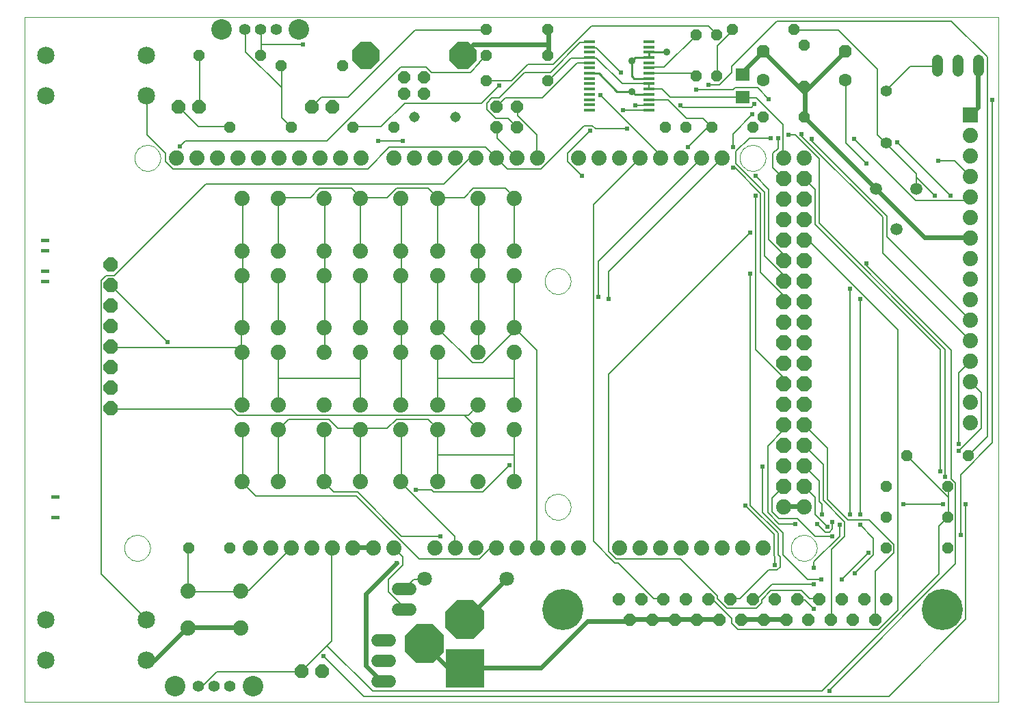
<source format=gtl>
G75*
%MOIN*%
%OFA0B0*%
%FSLAX24Y24*%
%IPPOS*%
%LPD*%
%AMOC8*
5,1,8,0,0,1.08239X$1,22.5*
%
%ADD10C,0.0000*%
%ADD11OC8,0.0600*%
%ADD12C,0.2000*%
%ADD13R,0.0740X0.0740*%
%ADD14C,0.0740*%
%ADD15OC8,0.0520*%
%ADD16C,0.0594*%
%ADD17OC8,0.0660*%
%ADD18C,0.0850*%
%ADD19C,0.0520*%
%ADD20C,0.0554*%
%ADD21OC8,0.0740*%
%ADD22C,0.0040*%
%ADD23C,0.0560*%
%ADD24C,0.1000*%
%ADD25OC8,0.0700*%
%ADD26OC8,0.0630*%
%ADD27C,0.0630*%
%ADD28C,0.0600*%
%ADD29R,0.0550X0.0137*%
%ADD30C,0.0515*%
%ADD31C,0.0709*%
%ADD32R,0.0709X0.0630*%
%ADD33OC8,0.1900*%
%ADD34R,0.1900X0.1900*%
%ADD35OC8,0.0574*%
%ADD36OC8,0.1306*%
%ADD37C,0.0080*%
%ADD38C,0.0240*%
%ADD39C,0.0236*%
%ADD40C,0.0356*%
%ADD41C,0.0160*%
%ADD42C,0.0100*%
D10*
X002625Y002680D02*
X002625Y036050D01*
X050117Y036050D01*
X050117Y002680D01*
X002625Y002680D01*
X007495Y010180D02*
X007497Y010230D01*
X007503Y010280D01*
X007513Y010329D01*
X007527Y010377D01*
X007544Y010424D01*
X007565Y010469D01*
X007590Y010513D01*
X007618Y010554D01*
X007650Y010593D01*
X007684Y010630D01*
X007721Y010664D01*
X007761Y010694D01*
X007803Y010721D01*
X007847Y010745D01*
X007893Y010766D01*
X007940Y010782D01*
X007988Y010795D01*
X008038Y010804D01*
X008087Y010809D01*
X008138Y010810D01*
X008188Y010807D01*
X008237Y010800D01*
X008286Y010789D01*
X008334Y010774D01*
X008380Y010756D01*
X008425Y010734D01*
X008468Y010708D01*
X008509Y010679D01*
X008548Y010647D01*
X008584Y010612D01*
X008616Y010574D01*
X008646Y010534D01*
X008673Y010491D01*
X008696Y010447D01*
X008715Y010401D01*
X008731Y010353D01*
X008743Y010304D01*
X008751Y010255D01*
X008755Y010205D01*
X008755Y010155D01*
X008751Y010105D01*
X008743Y010056D01*
X008731Y010007D01*
X008715Y009959D01*
X008696Y009913D01*
X008673Y009869D01*
X008646Y009826D01*
X008616Y009786D01*
X008584Y009748D01*
X008548Y009713D01*
X008509Y009681D01*
X008468Y009652D01*
X008425Y009626D01*
X008380Y009604D01*
X008334Y009586D01*
X008286Y009571D01*
X008237Y009560D01*
X008188Y009553D01*
X008138Y009550D01*
X008087Y009551D01*
X008038Y009556D01*
X007988Y009565D01*
X007940Y009578D01*
X007893Y009594D01*
X007847Y009615D01*
X007803Y009639D01*
X007761Y009666D01*
X007721Y009696D01*
X007684Y009730D01*
X007650Y009767D01*
X007618Y009806D01*
X007590Y009847D01*
X007565Y009891D01*
X007544Y009936D01*
X007527Y009983D01*
X007513Y010031D01*
X007503Y010080D01*
X007497Y010130D01*
X007495Y010180D01*
X027995Y012180D02*
X027997Y012230D01*
X028003Y012280D01*
X028013Y012329D01*
X028027Y012377D01*
X028044Y012424D01*
X028065Y012469D01*
X028090Y012513D01*
X028118Y012554D01*
X028150Y012593D01*
X028184Y012630D01*
X028221Y012664D01*
X028261Y012694D01*
X028303Y012721D01*
X028347Y012745D01*
X028393Y012766D01*
X028440Y012782D01*
X028488Y012795D01*
X028538Y012804D01*
X028587Y012809D01*
X028638Y012810D01*
X028688Y012807D01*
X028737Y012800D01*
X028786Y012789D01*
X028834Y012774D01*
X028880Y012756D01*
X028925Y012734D01*
X028968Y012708D01*
X029009Y012679D01*
X029048Y012647D01*
X029084Y012612D01*
X029116Y012574D01*
X029146Y012534D01*
X029173Y012491D01*
X029196Y012447D01*
X029215Y012401D01*
X029231Y012353D01*
X029243Y012304D01*
X029251Y012255D01*
X029255Y012205D01*
X029255Y012155D01*
X029251Y012105D01*
X029243Y012056D01*
X029231Y012007D01*
X029215Y011959D01*
X029196Y011913D01*
X029173Y011869D01*
X029146Y011826D01*
X029116Y011786D01*
X029084Y011748D01*
X029048Y011713D01*
X029009Y011681D01*
X028968Y011652D01*
X028925Y011626D01*
X028880Y011604D01*
X028834Y011586D01*
X028786Y011571D01*
X028737Y011560D01*
X028688Y011553D01*
X028638Y011550D01*
X028587Y011551D01*
X028538Y011556D01*
X028488Y011565D01*
X028440Y011578D01*
X028393Y011594D01*
X028347Y011615D01*
X028303Y011639D01*
X028261Y011666D01*
X028221Y011696D01*
X028184Y011730D01*
X028150Y011767D01*
X028118Y011806D01*
X028090Y011847D01*
X028065Y011891D01*
X028044Y011936D01*
X028027Y011983D01*
X028013Y012031D01*
X028003Y012080D01*
X027997Y012130D01*
X027995Y012180D01*
X039995Y010180D02*
X039997Y010230D01*
X040003Y010280D01*
X040013Y010329D01*
X040027Y010377D01*
X040044Y010424D01*
X040065Y010469D01*
X040090Y010513D01*
X040118Y010554D01*
X040150Y010593D01*
X040184Y010630D01*
X040221Y010664D01*
X040261Y010694D01*
X040303Y010721D01*
X040347Y010745D01*
X040393Y010766D01*
X040440Y010782D01*
X040488Y010795D01*
X040538Y010804D01*
X040587Y010809D01*
X040638Y010810D01*
X040688Y010807D01*
X040737Y010800D01*
X040786Y010789D01*
X040834Y010774D01*
X040880Y010756D01*
X040925Y010734D01*
X040968Y010708D01*
X041009Y010679D01*
X041048Y010647D01*
X041084Y010612D01*
X041116Y010574D01*
X041146Y010534D01*
X041173Y010491D01*
X041196Y010447D01*
X041215Y010401D01*
X041231Y010353D01*
X041243Y010304D01*
X041251Y010255D01*
X041255Y010205D01*
X041255Y010155D01*
X041251Y010105D01*
X041243Y010056D01*
X041231Y010007D01*
X041215Y009959D01*
X041196Y009913D01*
X041173Y009869D01*
X041146Y009826D01*
X041116Y009786D01*
X041084Y009748D01*
X041048Y009713D01*
X041009Y009681D01*
X040968Y009652D01*
X040925Y009626D01*
X040880Y009604D01*
X040834Y009586D01*
X040786Y009571D01*
X040737Y009560D01*
X040688Y009553D01*
X040638Y009550D01*
X040587Y009551D01*
X040538Y009556D01*
X040488Y009565D01*
X040440Y009578D01*
X040393Y009594D01*
X040347Y009615D01*
X040303Y009639D01*
X040261Y009666D01*
X040221Y009696D01*
X040184Y009730D01*
X040150Y009767D01*
X040118Y009806D01*
X040090Y009847D01*
X040065Y009891D01*
X040044Y009936D01*
X040027Y009983D01*
X040013Y010031D01*
X040003Y010080D01*
X039997Y010130D01*
X039995Y010180D01*
X027995Y023180D02*
X027997Y023230D01*
X028003Y023280D01*
X028013Y023329D01*
X028027Y023377D01*
X028044Y023424D01*
X028065Y023469D01*
X028090Y023513D01*
X028118Y023554D01*
X028150Y023593D01*
X028184Y023630D01*
X028221Y023664D01*
X028261Y023694D01*
X028303Y023721D01*
X028347Y023745D01*
X028393Y023766D01*
X028440Y023782D01*
X028488Y023795D01*
X028538Y023804D01*
X028587Y023809D01*
X028638Y023810D01*
X028688Y023807D01*
X028737Y023800D01*
X028786Y023789D01*
X028834Y023774D01*
X028880Y023756D01*
X028925Y023734D01*
X028968Y023708D01*
X029009Y023679D01*
X029048Y023647D01*
X029084Y023612D01*
X029116Y023574D01*
X029146Y023534D01*
X029173Y023491D01*
X029196Y023447D01*
X029215Y023401D01*
X029231Y023353D01*
X029243Y023304D01*
X029251Y023255D01*
X029255Y023205D01*
X029255Y023155D01*
X029251Y023105D01*
X029243Y023056D01*
X029231Y023007D01*
X029215Y022959D01*
X029196Y022913D01*
X029173Y022869D01*
X029146Y022826D01*
X029116Y022786D01*
X029084Y022748D01*
X029048Y022713D01*
X029009Y022681D01*
X028968Y022652D01*
X028925Y022626D01*
X028880Y022604D01*
X028834Y022586D01*
X028786Y022571D01*
X028737Y022560D01*
X028688Y022553D01*
X028638Y022550D01*
X028587Y022551D01*
X028538Y022556D01*
X028488Y022565D01*
X028440Y022578D01*
X028393Y022594D01*
X028347Y022615D01*
X028303Y022639D01*
X028261Y022666D01*
X028221Y022696D01*
X028184Y022730D01*
X028150Y022767D01*
X028118Y022806D01*
X028090Y022847D01*
X028065Y022891D01*
X028044Y022936D01*
X028027Y022983D01*
X028013Y023031D01*
X028003Y023080D01*
X027997Y023130D01*
X027995Y023180D01*
X037495Y029180D02*
X037497Y029230D01*
X037503Y029280D01*
X037513Y029329D01*
X037527Y029377D01*
X037544Y029424D01*
X037565Y029469D01*
X037590Y029513D01*
X037618Y029554D01*
X037650Y029593D01*
X037684Y029630D01*
X037721Y029664D01*
X037761Y029694D01*
X037803Y029721D01*
X037847Y029745D01*
X037893Y029766D01*
X037940Y029782D01*
X037988Y029795D01*
X038038Y029804D01*
X038087Y029809D01*
X038138Y029810D01*
X038188Y029807D01*
X038237Y029800D01*
X038286Y029789D01*
X038334Y029774D01*
X038380Y029756D01*
X038425Y029734D01*
X038468Y029708D01*
X038509Y029679D01*
X038548Y029647D01*
X038584Y029612D01*
X038616Y029574D01*
X038646Y029534D01*
X038673Y029491D01*
X038696Y029447D01*
X038715Y029401D01*
X038731Y029353D01*
X038743Y029304D01*
X038751Y029255D01*
X038755Y029205D01*
X038755Y029155D01*
X038751Y029105D01*
X038743Y029056D01*
X038731Y029007D01*
X038715Y028959D01*
X038696Y028913D01*
X038673Y028869D01*
X038646Y028826D01*
X038616Y028786D01*
X038584Y028748D01*
X038548Y028713D01*
X038509Y028681D01*
X038468Y028652D01*
X038425Y028626D01*
X038380Y028604D01*
X038334Y028586D01*
X038286Y028571D01*
X038237Y028560D01*
X038188Y028553D01*
X038138Y028550D01*
X038087Y028551D01*
X038038Y028556D01*
X037988Y028565D01*
X037940Y028578D01*
X037893Y028594D01*
X037847Y028615D01*
X037803Y028639D01*
X037761Y028666D01*
X037721Y028696D01*
X037684Y028730D01*
X037650Y028767D01*
X037618Y028806D01*
X037590Y028847D01*
X037565Y028891D01*
X037544Y028936D01*
X037527Y028983D01*
X037513Y029031D01*
X037503Y029080D01*
X037497Y029130D01*
X037495Y029180D01*
X007995Y029180D02*
X007997Y029230D01*
X008003Y029280D01*
X008013Y029329D01*
X008027Y029377D01*
X008044Y029424D01*
X008065Y029469D01*
X008090Y029513D01*
X008118Y029554D01*
X008150Y029593D01*
X008184Y029630D01*
X008221Y029664D01*
X008261Y029694D01*
X008303Y029721D01*
X008347Y029745D01*
X008393Y029766D01*
X008440Y029782D01*
X008488Y029795D01*
X008538Y029804D01*
X008587Y029809D01*
X008638Y029810D01*
X008688Y029807D01*
X008737Y029800D01*
X008786Y029789D01*
X008834Y029774D01*
X008880Y029756D01*
X008925Y029734D01*
X008968Y029708D01*
X009009Y029679D01*
X009048Y029647D01*
X009084Y029612D01*
X009116Y029574D01*
X009146Y029534D01*
X009173Y029491D01*
X009196Y029447D01*
X009215Y029401D01*
X009231Y029353D01*
X009243Y029304D01*
X009251Y029255D01*
X009255Y029205D01*
X009255Y029155D01*
X009251Y029105D01*
X009243Y029056D01*
X009231Y029007D01*
X009215Y028959D01*
X009196Y028913D01*
X009173Y028869D01*
X009146Y028826D01*
X009116Y028786D01*
X009084Y028748D01*
X009048Y028713D01*
X009009Y028681D01*
X008968Y028652D01*
X008925Y028626D01*
X008880Y028604D01*
X008834Y028586D01*
X008786Y028571D01*
X008737Y028560D01*
X008688Y028553D01*
X008638Y028550D01*
X008587Y028551D01*
X008538Y028556D01*
X008488Y028565D01*
X008440Y028578D01*
X008393Y028594D01*
X008347Y028615D01*
X008303Y028639D01*
X008261Y028666D01*
X008221Y028696D01*
X008184Y028730D01*
X008150Y028767D01*
X008118Y028806D01*
X008090Y028847D01*
X008065Y028891D01*
X008044Y028936D01*
X008027Y028983D01*
X008013Y029031D01*
X008003Y029080D01*
X007997Y029130D01*
X007995Y029180D01*
D11*
X025625Y030680D03*
X025625Y031680D03*
X026625Y031680D03*
X026625Y030680D03*
X031605Y007680D03*
X032695Y007680D03*
X033775Y007680D03*
X034865Y007680D03*
X035955Y007680D03*
X037035Y007680D03*
X038125Y007680D03*
X039215Y007680D03*
X040295Y007680D03*
X041385Y007680D03*
X042475Y007680D03*
X043555Y007680D03*
X044645Y007680D03*
X044105Y006680D03*
X043015Y006680D03*
X041925Y006680D03*
X040845Y006680D03*
X039755Y006680D03*
X038665Y006680D03*
X037585Y006680D03*
X036495Y006680D03*
X035405Y006680D03*
X034325Y006680D03*
X033235Y006680D03*
X032145Y006680D03*
D12*
X028865Y007180D03*
X047385Y007180D03*
D13*
X048727Y031278D03*
D14*
X048727Y030278D03*
X048727Y029278D03*
X048727Y028278D03*
X048727Y027278D03*
X048727Y026278D03*
X048727Y025278D03*
X048727Y024278D03*
X048727Y023278D03*
X048727Y022278D03*
X048727Y021278D03*
X048727Y020278D03*
X048727Y019278D03*
X048727Y018278D03*
X048727Y017278D03*
X048727Y016278D03*
X040625Y012180D03*
X039625Y012180D03*
X038625Y010180D03*
X037625Y010180D03*
X036625Y010180D03*
X035625Y010180D03*
X034625Y010180D03*
X033625Y010180D03*
X032625Y010180D03*
X031625Y010180D03*
X029625Y010180D03*
X028625Y010180D03*
X027625Y010180D03*
X026625Y010180D03*
X025625Y010180D03*
X024625Y010180D03*
X023625Y010180D03*
X022625Y010180D03*
X020625Y010180D03*
X019625Y010180D03*
X018625Y010180D03*
X017625Y010180D03*
X016625Y010180D03*
X015625Y010180D03*
X014625Y010180D03*
X013625Y010180D03*
X013155Y008070D03*
X013155Y006290D03*
X010595Y006290D03*
X010595Y008070D03*
X013235Y013400D03*
X015015Y013400D03*
X017235Y013400D03*
X019015Y013400D03*
X020985Y013400D03*
X022765Y013400D03*
X024735Y013400D03*
X026515Y013400D03*
X026515Y015960D03*
X026515Y017150D03*
X024735Y017150D03*
X024735Y015960D03*
X022765Y015960D03*
X022765Y017150D03*
X020985Y017150D03*
X020985Y015960D03*
X019015Y015960D03*
X019015Y017150D03*
X017235Y017150D03*
X017235Y015960D03*
X015015Y015960D03*
X015015Y017150D03*
X013235Y017150D03*
X013235Y015960D03*
X013235Y019710D03*
X013235Y020900D03*
X015015Y020900D03*
X015015Y019710D03*
X017235Y019710D03*
X017235Y020900D03*
X019015Y020900D03*
X019015Y019710D03*
X020985Y019710D03*
X020985Y020900D03*
X022765Y020900D03*
X022765Y019710D03*
X024735Y019710D03*
X024735Y020900D03*
X026515Y020900D03*
X026515Y019710D03*
X026515Y023460D03*
X026515Y024650D03*
X024735Y024650D03*
X024735Y023460D03*
X022765Y023460D03*
X022765Y024650D03*
X020985Y024650D03*
X020985Y023460D03*
X019015Y023460D03*
X019015Y024650D03*
X017235Y024650D03*
X017235Y023460D03*
X015015Y023460D03*
X015015Y024650D03*
X013235Y024650D03*
X013235Y023460D03*
X013235Y027210D03*
X015015Y027210D03*
X017235Y027210D03*
X019015Y027210D03*
X020985Y027210D03*
X022765Y027210D03*
X024735Y027210D03*
X026515Y027210D03*
X026625Y029180D03*
X025625Y029180D03*
X024625Y029180D03*
X023625Y029180D03*
X022625Y029180D03*
X021625Y029180D03*
X020625Y029180D03*
X019025Y029180D03*
X018025Y029180D03*
X017025Y029180D03*
X016025Y029180D03*
X015025Y029180D03*
X014025Y029180D03*
X013025Y029180D03*
X012025Y029180D03*
X011025Y029180D03*
X010025Y029180D03*
X027625Y029180D03*
X029625Y029180D03*
X030625Y029180D03*
X031625Y029180D03*
X032625Y029180D03*
X033625Y029180D03*
X034625Y029180D03*
X035625Y029180D03*
X036625Y029180D03*
X039625Y029180D03*
X040625Y029180D03*
D15*
X040625Y031180D03*
X040625Y032680D03*
X038625Y031180D03*
X038125Y030680D03*
X036125Y030680D03*
X034875Y030680D03*
X033875Y030680D03*
X035375Y033180D03*
X036375Y033180D03*
X036375Y035180D03*
X037125Y035430D03*
X035375Y035180D03*
X040125Y035430D03*
X040625Y034680D03*
X028125Y034180D03*
X028125Y035430D03*
X025125Y035430D03*
X025125Y034180D03*
X025125Y032930D03*
X028125Y032930D03*
X020625Y030680D03*
X018625Y030680D03*
X015625Y030680D03*
X012625Y030680D03*
X015125Y033680D03*
X014125Y034180D03*
X011125Y034180D03*
X018125Y033680D03*
X044625Y013180D03*
X044625Y011680D03*
X044625Y010180D03*
X047625Y010180D03*
X047625Y011680D03*
X047625Y013180D03*
X048625Y014680D03*
X045625Y014680D03*
X012625Y010180D03*
X010625Y010180D03*
D16*
X044141Y027664D03*
X046109Y027664D03*
X045125Y025696D03*
D17*
X017625Y031680D03*
X016625Y031680D03*
X011125Y031680D03*
X010125Y031680D03*
X016125Y004180D03*
X017125Y004180D03*
D18*
X008586Y004696D03*
X008586Y006664D03*
X003664Y006664D03*
X003664Y004696D03*
X003664Y032196D03*
X003664Y034164D03*
X008586Y034164D03*
X008586Y032196D03*
D19*
X047125Y033420D02*
X047125Y033940D01*
X048125Y033940D02*
X048125Y033420D01*
X049125Y033420D02*
X049125Y033940D01*
D20*
X044625Y032460D03*
X044625Y029900D03*
D21*
X040625Y028180D03*
X039625Y028180D03*
X039625Y027180D03*
X039625Y026180D03*
X040625Y026180D03*
X040625Y027180D03*
X040625Y025180D03*
X040625Y024180D03*
X039625Y024180D03*
X039625Y025180D03*
X039625Y023180D03*
X040625Y023180D03*
X040625Y022180D03*
X040625Y021180D03*
X039625Y021180D03*
X039625Y022180D03*
X039625Y020180D03*
X039625Y019180D03*
X040625Y019180D03*
X040625Y020180D03*
X040625Y018180D03*
X039625Y018180D03*
X039625Y017180D03*
X039625Y016180D03*
X040625Y016180D03*
X040625Y017180D03*
X040625Y015180D03*
X039625Y015180D03*
X039625Y014180D03*
X039625Y013180D03*
X040625Y013180D03*
X040625Y014180D03*
D22*
X004305Y012600D02*
X003945Y012600D01*
X003945Y012760D01*
X004305Y012760D01*
X004305Y012600D01*
X004305Y012639D02*
X003945Y012639D01*
X003945Y012678D02*
X004305Y012678D01*
X004305Y012717D02*
X003945Y012717D01*
X003945Y012756D02*
X004305Y012756D01*
X004305Y011600D02*
X003945Y011600D01*
X003945Y011760D01*
X004305Y011760D01*
X004305Y011600D01*
X004305Y011639D02*
X003945Y011639D01*
X003945Y011678D02*
X004305Y011678D01*
X004305Y011717D02*
X003945Y011717D01*
X003945Y011756D02*
X004305Y011756D01*
X003805Y023100D02*
X003445Y023100D01*
X003445Y023260D01*
X003805Y023260D01*
X003805Y023100D01*
X003805Y023139D02*
X003445Y023139D01*
X003445Y023178D02*
X003805Y023178D01*
X003805Y023217D02*
X003445Y023217D01*
X003445Y023256D02*
X003805Y023256D01*
X003805Y023600D02*
X003445Y023600D01*
X003445Y023760D01*
X003805Y023760D01*
X003805Y023600D01*
X003805Y023639D02*
X003445Y023639D01*
X003445Y023678D02*
X003805Y023678D01*
X003805Y023717D02*
X003445Y023717D01*
X003445Y023756D02*
X003805Y023756D01*
X003805Y024600D02*
X003445Y024600D01*
X003445Y024760D01*
X003805Y024760D01*
X003805Y024600D01*
X003805Y024639D02*
X003445Y024639D01*
X003445Y024678D02*
X003805Y024678D01*
X003805Y024717D02*
X003445Y024717D01*
X003445Y024756D02*
X003805Y024756D01*
X003805Y025100D02*
X003445Y025100D01*
X003445Y025260D01*
X003805Y025260D01*
X003805Y025100D01*
X003805Y025139D02*
X003445Y025139D01*
X003445Y025178D02*
X003805Y025178D01*
X003805Y025217D02*
X003445Y025217D01*
X003445Y025256D02*
X003805Y025256D01*
D23*
X013377Y035430D03*
X014125Y035430D03*
X014912Y035430D03*
X012623Y003430D03*
X011875Y003430D03*
X011088Y003430D03*
D24*
X009985Y003430D03*
X013765Y003430D03*
X012235Y035430D03*
X016015Y035430D03*
D25*
X006831Y023966D03*
X006831Y022966D03*
X006831Y021966D03*
X006831Y020966D03*
X006831Y019966D03*
X006831Y018966D03*
X006831Y017966D03*
X006831Y016966D03*
D26*
X038625Y034380D03*
X042625Y034380D03*
D27*
X042625Y032980D03*
X038625Y032980D03*
D28*
X021425Y008180D02*
X020825Y008180D01*
X020825Y007180D02*
X021425Y007180D01*
X020425Y005680D02*
X019825Y005680D01*
X019825Y004680D02*
X020425Y004680D01*
X020425Y003680D02*
X019825Y003680D01*
D29*
X030186Y031517D03*
X030186Y031773D03*
X030186Y032028D03*
X030186Y032284D03*
X030186Y032540D03*
X030186Y032796D03*
X030186Y033052D03*
X030186Y033308D03*
X030186Y033564D03*
X030186Y033820D03*
X030186Y034076D03*
X030186Y034332D03*
X030186Y034587D03*
X030186Y034843D03*
X033064Y034843D03*
X033064Y034587D03*
X033064Y034332D03*
X033064Y034076D03*
X033064Y033820D03*
X033064Y033564D03*
X033064Y033308D03*
X033064Y033052D03*
X033064Y032796D03*
X033064Y032540D03*
X033064Y032284D03*
X033064Y032028D03*
X033064Y031773D03*
X033064Y031517D03*
D30*
X023625Y031180D03*
X021625Y031180D03*
D31*
X022125Y008680D03*
X026125Y008680D03*
D32*
X037625Y032129D03*
X037625Y033231D03*
D33*
X024095Y006680D03*
X022125Y005500D03*
D34*
X024095Y004320D03*
D35*
X022117Y032326D03*
X021133Y032326D03*
X021133Y033113D03*
X022117Y033113D03*
D36*
X023995Y034180D03*
X019255Y034180D03*
D37*
X020959Y033602D02*
X017359Y030002D01*
X010459Y030002D01*
X010209Y029752D01*
X009509Y029402D02*
X009509Y029002D01*
X009859Y028652D01*
X019359Y028652D01*
X020409Y029702D01*
X025109Y029702D01*
X025609Y029202D01*
X025625Y029180D01*
X025659Y029152D01*
X026159Y028652D01*
X027809Y028652D01*
X029909Y030752D01*
X030309Y030752D01*
X030459Y030602D01*
X032009Y030602D01*
X031809Y031502D02*
X033059Y031502D01*
X033064Y031517D01*
X033059Y031752D02*
X033064Y031773D01*
X033059Y031752D02*
X032409Y031752D01*
X033064Y032028D02*
X033109Y032002D01*
X034009Y032002D01*
X034909Y031102D01*
X035709Y031102D01*
X036109Y030702D01*
X036125Y030680D01*
X036009Y030752D01*
X034959Y029702D01*
X035625Y029180D02*
X035609Y029152D01*
X030609Y024152D01*
X030609Y022402D01*
X031109Y022302D02*
X031109Y023652D01*
X036609Y029152D01*
X036625Y029180D01*
X037159Y029702D02*
X037159Y030352D01*
X038109Y031302D01*
X038059Y031652D02*
X034709Y031652D01*
X034609Y031752D01*
X034109Y032152D02*
X033709Y032552D01*
X033109Y032552D01*
X033064Y032540D01*
X033059Y032552D01*
X033059Y032752D01*
X033064Y032796D01*
X033059Y032802D01*
X031759Y032802D01*
X030509Y034052D01*
X030209Y034052D01*
X030186Y034076D01*
X030159Y034052D01*
X029259Y034052D01*
X028159Y032952D01*
X028125Y032930D01*
X028259Y033352D02*
X027009Y033352D01*
X025759Y032102D01*
X025409Y032102D01*
X025159Y031852D01*
X025159Y031552D01*
X025609Y031102D01*
X026209Y031102D01*
X026609Y030702D01*
X026625Y030680D01*
X026659Y031252D02*
X027609Y030302D01*
X027609Y029202D01*
X027625Y029180D01*
X026625Y029180D02*
X026609Y029202D01*
X025659Y030152D01*
X025659Y030652D01*
X025625Y030680D01*
X025625Y031680D02*
X025659Y031702D01*
X026059Y032102D01*
X027859Y032102D01*
X029559Y033802D01*
X030159Y033802D01*
X030186Y033820D01*
X030209Y034552D02*
X030186Y034587D01*
X030209Y034552D02*
X030509Y034552D01*
X031709Y033352D01*
X033064Y033308D02*
X033109Y033302D01*
X035259Y033302D01*
X035359Y033202D01*
X035375Y033180D01*
X035959Y032752D02*
X036509Y032752D01*
X037109Y033352D01*
X037109Y033652D01*
X039309Y035852D01*
X047809Y035852D01*
X049559Y034102D01*
X049559Y015602D01*
X048659Y014702D01*
X048625Y014680D01*
X048159Y014902D02*
X049259Y016002D01*
X049259Y017752D01*
X048759Y018252D01*
X048727Y018278D01*
X048159Y018702D02*
X048709Y019252D01*
X048727Y019278D01*
X047809Y019802D02*
X047809Y013552D01*
X048009Y013352D01*
X048009Y009402D01*
X041859Y003252D01*
X041859Y003202D01*
X041509Y003202D02*
X047209Y008902D01*
X047209Y011252D01*
X047609Y011652D01*
X047625Y011680D01*
X047659Y011702D01*
X047659Y012652D01*
X045659Y014652D01*
X045625Y014680D01*
X047259Y013902D02*
X047259Y019852D01*
X041159Y025952D01*
X041159Y027652D01*
X040659Y028152D01*
X040625Y028180D01*
X039625Y028180D02*
X039609Y028202D01*
X039109Y028702D01*
X039109Y029402D01*
X039359Y029652D01*
X039359Y030152D01*
X039009Y030152D02*
X037959Y030152D01*
X037309Y029502D01*
X037309Y028902D01*
X038709Y027502D01*
X038709Y024402D01*
X039609Y023502D01*
X039609Y023202D01*
X039625Y023180D01*
X039609Y022502D02*
X038509Y023602D01*
X038509Y027452D01*
X037259Y028702D01*
X037159Y028702D01*
X038259Y028302D02*
X038909Y027652D01*
X038909Y025202D01*
X039609Y024502D01*
X039609Y024202D01*
X039625Y024180D01*
X040625Y025180D02*
X040659Y025152D01*
X040859Y025152D01*
X045209Y020802D01*
X045209Y007152D01*
X044259Y006202D01*
X037409Y006202D01*
X037109Y006502D01*
X037109Y006752D01*
X036209Y007652D01*
X035959Y007652D01*
X035955Y007680D01*
X036409Y007702D02*
X036409Y007852D01*
X034609Y009652D01*
X031459Y009652D01*
X031109Y010002D01*
X031109Y018652D01*
X038009Y025552D01*
X038259Y027352D02*
X038259Y019852D01*
X039609Y018502D01*
X039609Y018202D01*
X039625Y018180D01*
X039625Y016180D02*
X039609Y016152D01*
X039609Y015902D01*
X038859Y015152D01*
X038859Y011902D01*
X039409Y011352D01*
X040209Y011352D01*
X040309Y011602D02*
X039409Y011602D01*
X039059Y011952D01*
X039059Y012602D01*
X039609Y013152D01*
X039625Y013180D01*
X040625Y013180D02*
X040659Y013152D01*
X041159Y012652D01*
X041159Y011802D01*
X041759Y011202D01*
X041659Y010952D02*
X041259Y011352D01*
X041509Y011802D02*
X041509Y012302D01*
X041359Y012452D01*
X041359Y013452D01*
X040659Y014152D01*
X040625Y014180D01*
X041559Y014252D02*
X040659Y015152D01*
X040625Y015180D01*
X040659Y016152D02*
X041759Y015052D01*
X041759Y012552D01*
X042759Y011552D01*
X043809Y011552D01*
X045009Y010352D01*
X045009Y009952D01*
X044109Y009052D01*
X044109Y006702D01*
X044105Y006680D01*
X041959Y006702D02*
X041925Y006680D01*
X041959Y006702D02*
X041959Y010102D01*
X042609Y010752D01*
X042609Y011452D01*
X041559Y012502D01*
X041559Y014252D01*
X040659Y016152D02*
X040625Y016180D01*
X038609Y014152D02*
X038609Y011902D01*
X039609Y010902D01*
X039609Y009852D01*
X040809Y008652D01*
X041459Y008652D01*
X041109Y008402D02*
X039059Y008402D01*
X038359Y007702D01*
X038159Y007702D01*
X038125Y007680D01*
X038559Y007652D02*
X038559Y007502D01*
X038309Y007252D01*
X036859Y007252D01*
X036409Y007702D01*
X037035Y007680D02*
X037059Y007702D01*
X037509Y007702D01*
X038909Y009102D01*
X039309Y009102D01*
X039459Y009252D01*
X039459Y009752D01*
X039359Y009852D01*
X039359Y010902D01*
X038009Y012252D01*
X038009Y023552D01*
X039609Y022502D02*
X039609Y022202D01*
X039625Y022180D01*
X042859Y022802D02*
X042859Y011802D01*
X043359Y011802D02*
X043359Y022302D01*
X043659Y023952D02*
X047809Y019802D01*
X047509Y019852D02*
X041359Y026002D01*
X041359Y029152D01*
X040209Y030302D01*
X039859Y030302D01*
X039609Y030802D02*
X039609Y029202D01*
X039625Y029180D01*
X040509Y030252D02*
X044459Y026302D01*
X044459Y024552D01*
X048709Y020302D01*
X048727Y020278D01*
X047509Y019852D02*
X047509Y013652D01*
X047625Y013180D02*
X047659Y013152D01*
X047659Y012652D01*
X047409Y012302D02*
X045459Y012302D01*
X044009Y010652D02*
X043359Y011302D01*
X044009Y010652D02*
X044009Y009852D01*
X043109Y008952D01*
X042459Y008652D02*
X043759Y009952D01*
X042359Y010752D02*
X042359Y011302D01*
X042009Y011452D02*
X042009Y011102D01*
X041859Y010952D01*
X041659Y010952D01*
X042009Y010752D02*
X041159Y010752D01*
X040309Y011602D01*
X039159Y010852D02*
X037759Y012252D01*
X039159Y010852D02*
X039159Y009802D01*
X039209Y009752D01*
X039209Y009352D01*
X039009Y008102D02*
X038559Y007652D01*
X039009Y008102D02*
X040509Y008102D01*
X040909Y007702D01*
X041359Y007702D01*
X041385Y007680D01*
X041109Y007202D02*
X040659Y007652D01*
X040309Y007652D01*
X040295Y007680D01*
X041109Y009202D02*
X041109Y009502D01*
X042359Y010752D01*
X048259Y010802D02*
X048259Y013752D01*
X049809Y015302D01*
X049809Y032002D01*
X047109Y033652D02*
X047125Y033680D01*
X047109Y033652D02*
X045809Y033652D01*
X044659Y032502D01*
X044625Y032460D01*
X044209Y033502D02*
X044209Y030302D01*
X044609Y029902D01*
X044625Y029900D01*
X044659Y029852D01*
X046109Y028402D01*
X046109Y028252D01*
X047009Y027352D01*
X047759Y027352D02*
X045159Y029952D01*
X043659Y028902D02*
X042659Y029902D01*
X042659Y032952D01*
X042625Y032980D01*
X044209Y033502D02*
X042309Y035402D01*
X040159Y035402D01*
X040125Y035430D01*
X037159Y035402D02*
X037125Y035430D01*
X037159Y035402D02*
X036409Y034652D01*
X036409Y033202D01*
X036375Y033180D01*
X037159Y032502D02*
X035359Y032502D01*
X034109Y032152D02*
X037609Y032152D01*
X037625Y032129D01*
X037659Y032102D01*
X038309Y032102D01*
X039609Y030802D01*
X040509Y030352D02*
X040509Y030252D01*
X041009Y030102D02*
X041009Y030002D01*
X044659Y026352D01*
X044659Y025352D01*
X048709Y021302D01*
X048727Y021278D01*
X048159Y018702D02*
X048159Y015252D01*
X048509Y012302D02*
X048509Y006702D01*
X044759Y002952D01*
X019159Y002952D01*
X017209Y004902D01*
X017384Y005427D02*
X016159Y004202D01*
X016125Y004180D01*
X016109Y004152D01*
X012009Y004152D01*
X011309Y003452D01*
X011109Y003452D01*
X011088Y003430D01*
X008586Y006664D02*
X008559Y006702D01*
X006359Y008902D01*
X006359Y023202D01*
X006609Y023452D01*
X007009Y023452D01*
X011459Y027902D01*
X023059Y027902D01*
X024309Y029152D01*
X024609Y029152D01*
X024625Y029180D01*
X024509Y027702D02*
X026059Y027702D01*
X026509Y027252D01*
X026515Y027210D01*
X026509Y027202D01*
X026509Y024652D01*
X026515Y024650D01*
X026515Y023460D02*
X026509Y023452D01*
X026509Y020902D01*
X026515Y020900D01*
X026559Y020802D01*
X024959Y019202D01*
X024459Y019202D01*
X022809Y020852D01*
X022765Y020900D01*
X022759Y020902D01*
X022759Y023452D01*
X022765Y023460D01*
X022765Y024650D02*
X022759Y024652D01*
X022759Y027202D01*
X022765Y027210D01*
X022809Y027252D01*
X024059Y027252D01*
X024509Y027702D01*
X024735Y027210D02*
X024759Y027202D01*
X024759Y024652D01*
X024735Y024650D01*
X024759Y024602D01*
X024759Y023502D01*
X024735Y023460D01*
X024759Y023452D01*
X024759Y020902D01*
X024735Y020900D01*
X024759Y020852D01*
X024759Y019752D01*
X024735Y019710D01*
X026509Y019702D02*
X026509Y018452D01*
X022759Y018452D01*
X022759Y017152D01*
X022765Y017150D01*
X022309Y016452D02*
X022759Y016002D01*
X022765Y015960D01*
X022759Y015952D01*
X022759Y014702D01*
X026509Y014702D01*
X026509Y013402D01*
X026515Y013400D01*
X026259Y014202D02*
X024959Y012902D01*
X022559Y012902D01*
X022459Y013002D01*
X021709Y013002D01*
X021009Y013352D02*
X020985Y013400D01*
X021009Y013402D01*
X021009Y015952D01*
X020985Y015960D01*
X020759Y016452D02*
X022309Y016452D01*
X021009Y017152D02*
X020985Y017150D01*
X021009Y017152D02*
X021009Y019702D01*
X020985Y019710D01*
X021009Y019752D01*
X021009Y020852D01*
X020985Y020900D01*
X021009Y020902D01*
X021009Y023452D01*
X020985Y023460D01*
X021009Y023502D01*
X021009Y024602D01*
X020985Y024650D01*
X021009Y024652D01*
X021009Y027202D01*
X020985Y027210D01*
X020759Y027702D02*
X020309Y027252D01*
X019059Y027252D01*
X019015Y027210D01*
X019009Y027252D01*
X018559Y027702D01*
X017009Y027702D01*
X016559Y027252D01*
X015059Y027252D01*
X015015Y027210D01*
X015009Y027202D01*
X015009Y024652D01*
X015015Y024650D01*
X015015Y023460D02*
X015009Y023452D01*
X015009Y020902D01*
X015015Y020900D01*
X015015Y019710D02*
X015009Y019702D01*
X015009Y018452D01*
X019009Y018452D01*
X019009Y017152D01*
X019015Y017150D01*
X019009Y016002D02*
X017909Y016002D01*
X017459Y016452D01*
X015509Y016452D01*
X015059Y016002D01*
X015015Y015960D01*
X015009Y015952D01*
X015009Y013402D01*
X015015Y013400D01*
X013909Y012702D02*
X013259Y013352D01*
X013235Y013400D01*
X013259Y013402D01*
X013259Y015952D01*
X013235Y015960D01*
X013009Y016652D02*
X024059Y016652D01*
X024709Y016002D01*
X024735Y015960D01*
X024259Y016652D02*
X024059Y016652D01*
X024259Y016652D02*
X024709Y017102D01*
X024735Y017150D01*
X026509Y017152D02*
X026515Y017150D01*
X026509Y017152D02*
X026509Y018452D01*
X026509Y019702D02*
X026515Y019710D01*
X027609Y019802D02*
X026559Y020852D01*
X026515Y020900D01*
X027609Y019802D02*
X027609Y010202D01*
X027625Y010180D01*
X025625Y010180D02*
X025609Y010152D01*
X025309Y010152D01*
X024809Y009652D01*
X021859Y009652D01*
X018809Y012702D01*
X013909Y012702D01*
X015625Y010180D02*
X015609Y010152D01*
X013559Y008102D01*
X013159Y008102D01*
X013155Y008070D01*
X013109Y008052D01*
X010609Y008052D01*
X010595Y008070D01*
X010609Y008102D01*
X010609Y010152D01*
X010625Y010180D01*
X017609Y010152D02*
X017609Y005652D01*
X017384Y005427D01*
X019609Y003202D01*
X041509Y003202D01*
X033775Y007680D02*
X033759Y007702D01*
X033309Y007702D01*
X031559Y009452D01*
X031409Y009452D01*
X030359Y010502D01*
X030359Y026902D01*
X032609Y029152D01*
X032625Y029180D01*
X033609Y029202D02*
X033625Y029180D01*
X033609Y029202D02*
X033609Y029352D01*
X030709Y032252D01*
X033064Y033564D02*
X033109Y033602D01*
X033809Y033602D01*
X035359Y035152D01*
X035375Y035180D01*
X035959Y035602D02*
X036359Y035202D01*
X036375Y035180D01*
X035959Y035602D02*
X030259Y035602D01*
X028409Y033752D01*
X027159Y033752D01*
X026359Y032952D01*
X025159Y032952D01*
X025125Y032930D01*
X025759Y032702D02*
X024909Y031852D01*
X021159Y031852D01*
X020009Y030702D01*
X018659Y030702D01*
X018625Y030680D01*
X019859Y030002D02*
X021059Y030002D01*
X018409Y032152D02*
X017109Y032152D01*
X016659Y031702D01*
X016625Y031680D01*
X015609Y030702D02*
X015625Y030680D01*
X015609Y030702D02*
X015159Y031152D01*
X015159Y032602D01*
X013409Y034352D01*
X013409Y035402D01*
X013377Y035430D01*
X014125Y035430D02*
X014159Y035402D01*
X014159Y034702D01*
X016209Y034702D01*
X015159Y033652D02*
X015125Y033680D01*
X015159Y033652D02*
X015159Y032602D01*
X014159Y034202D02*
X014125Y034180D01*
X014159Y034202D02*
X014159Y034702D01*
X011159Y034152D02*
X011125Y034180D01*
X011159Y034152D02*
X011159Y031702D01*
X011125Y031680D01*
X010159Y031652D02*
X011109Y030702D01*
X012609Y030702D01*
X012625Y030680D01*
X010159Y031652D02*
X010125Y031680D01*
X008609Y032152D02*
X008609Y030302D01*
X009509Y029402D01*
X008609Y032152D02*
X008586Y032196D01*
X013235Y027210D02*
X013259Y027202D01*
X013259Y024652D01*
X013235Y024650D01*
X013259Y024602D01*
X013259Y023502D01*
X013235Y023460D01*
X013259Y023452D01*
X013259Y020902D01*
X013235Y020900D01*
X013209Y020852D01*
X013209Y019802D01*
X013235Y019710D01*
X013259Y019702D01*
X013259Y017152D01*
X013235Y017150D01*
X013009Y016652D02*
X012709Y016952D01*
X006859Y016952D01*
X006831Y016966D01*
X006859Y019952D02*
X006831Y019966D01*
X006859Y019952D02*
X013009Y019952D01*
X013209Y019752D01*
X013235Y019710D01*
X015009Y018452D02*
X015009Y017152D01*
X015015Y017150D01*
X017235Y015960D02*
X017259Y015952D01*
X017259Y013402D01*
X017235Y013400D01*
X017259Y013352D01*
X017709Y012902D01*
X018859Y012902D01*
X021009Y010752D01*
X022909Y010752D01*
X023609Y010752D02*
X021009Y013352D01*
X022759Y013402D02*
X022759Y014702D01*
X022759Y013402D02*
X022765Y013400D01*
X023609Y010752D02*
X023609Y010202D01*
X023625Y010180D01*
X022125Y008680D02*
X022109Y008652D01*
X021609Y008652D01*
X021159Y008202D01*
X021125Y008180D01*
X020359Y008052D02*
X020359Y008652D01*
X021059Y009352D01*
X021059Y009752D01*
X020659Y010152D01*
X020625Y010180D01*
X020359Y008052D02*
X021109Y007302D01*
X021109Y007202D01*
X021125Y007180D01*
X017609Y010152D02*
X017625Y010180D01*
X019009Y013402D02*
X019015Y013400D01*
X019009Y013402D02*
X019009Y015952D01*
X019015Y015960D01*
X019009Y016002D01*
X019015Y015960D02*
X019059Y016002D01*
X020309Y016002D01*
X020759Y016452D01*
X019009Y018452D02*
X019009Y019702D01*
X019015Y019710D01*
X019015Y020900D02*
X019009Y020902D01*
X019009Y023452D01*
X019015Y023460D01*
X019015Y024650D02*
X019009Y024652D01*
X019009Y027202D01*
X019015Y027210D01*
X017259Y027202D02*
X017235Y027210D01*
X017259Y027202D02*
X017259Y024652D01*
X017235Y024650D01*
X017259Y024602D01*
X017259Y023502D01*
X017235Y023460D01*
X017259Y023452D01*
X017259Y020902D01*
X017235Y020900D01*
X017259Y020852D01*
X017259Y019752D01*
X017235Y019710D01*
X022759Y019702D02*
X022759Y018452D01*
X022759Y019702D02*
X022765Y019710D01*
X026515Y015960D02*
X026509Y015952D01*
X026509Y014702D01*
X022765Y027210D02*
X022759Y027252D01*
X022309Y027702D01*
X020759Y027702D01*
X018409Y032152D02*
X021659Y035402D01*
X025109Y035402D01*
X025125Y035430D01*
X025125Y034180D02*
X025109Y034152D01*
X024809Y033852D01*
X024809Y033802D01*
X024359Y033352D01*
X022459Y033352D01*
X022209Y033602D01*
X020959Y033602D01*
X026625Y031680D02*
X026659Y031652D01*
X026659Y031252D01*
X029109Y029402D02*
X030209Y030502D01*
X029109Y029402D02*
X029109Y029002D01*
X029809Y028302D01*
X028259Y033352D02*
X029709Y034802D01*
X030159Y034802D01*
X030186Y034843D01*
X037159Y032502D02*
X037259Y032602D01*
X038359Y032602D01*
X038909Y032052D01*
X038209Y031802D02*
X038059Y031652D01*
X043059Y030102D02*
X046059Y027102D01*
X048559Y027102D01*
X048709Y027252D01*
X048727Y027278D01*
X048727Y028278D02*
X048709Y028302D01*
X047959Y029052D01*
X047159Y029052D01*
X046109Y028252D02*
X046109Y027702D01*
X046109Y027664D01*
X043659Y024052D02*
X043659Y023952D01*
X009609Y020202D02*
X006859Y022952D01*
X006831Y022966D01*
D38*
X009609Y020202D03*
X021709Y013002D03*
X022909Y010752D03*
X020759Y009452D03*
X017209Y004902D03*
X026259Y014202D03*
X030609Y022402D03*
X031109Y022302D03*
X038009Y023552D03*
X038009Y025552D03*
X038259Y027352D03*
X038259Y028302D03*
X037159Y028702D03*
X037159Y029702D03*
X038109Y031302D03*
X038209Y031802D03*
X038909Y032052D03*
X039859Y030302D03*
X039359Y030152D03*
X039009Y030152D03*
X040509Y030352D03*
X041009Y030102D03*
X043059Y030102D03*
X043659Y028902D03*
X045159Y029952D03*
X047159Y029052D03*
X047009Y027352D03*
X047759Y027352D03*
X043659Y024052D03*
X042859Y022802D03*
X043359Y022302D03*
X048159Y015252D03*
X048159Y014902D03*
X047259Y013902D03*
X047509Y013652D03*
X047409Y012302D03*
X048509Y012302D03*
X048259Y010802D03*
X045459Y012302D03*
X043359Y011802D03*
X043359Y011302D03*
X042859Y011802D03*
X042359Y011302D03*
X042009Y011452D03*
X041759Y011202D03*
X042009Y010752D03*
X041259Y011352D03*
X041509Y011802D03*
X040209Y011352D03*
X037759Y012252D03*
X038609Y014152D03*
X043759Y009952D03*
X043109Y008952D03*
X042459Y008652D03*
X041459Y008652D03*
X041109Y008402D03*
X041109Y009202D03*
X039209Y009352D03*
X041109Y007202D03*
X041859Y003202D03*
X029809Y028302D03*
X030209Y030502D03*
X032009Y030602D03*
X031809Y031502D03*
X032409Y031752D03*
X030709Y032252D03*
X031709Y033352D03*
X034609Y031752D03*
X035359Y032502D03*
X035959Y032752D03*
X034959Y029702D03*
X025759Y032702D03*
X021059Y030002D03*
X019859Y030002D03*
X016209Y034702D03*
X010209Y029752D03*
X049809Y032002D03*
D39*
X049109Y031652D02*
X048759Y031302D01*
X048727Y031278D01*
X049109Y031652D02*
X049109Y033652D01*
X049125Y033680D01*
X042625Y034380D02*
X042609Y034352D01*
X040759Y032502D01*
X040625Y032680D01*
X040559Y032452D01*
X038709Y034302D01*
X038625Y034380D01*
X038609Y034352D01*
X037659Y033402D01*
X037659Y033252D01*
X037625Y033231D01*
X040625Y032680D02*
X040659Y032652D01*
X040659Y031202D01*
X040625Y031180D01*
X040709Y031102D01*
X044109Y027702D01*
X044141Y027664D01*
X044209Y027602D01*
X046509Y025302D01*
X048709Y025302D01*
X048727Y025278D01*
X040609Y012202D02*
X039659Y012202D01*
X039625Y012180D01*
X040609Y012202D02*
X040625Y012180D01*
X039709Y006702D02*
X038759Y006702D01*
X038665Y006680D01*
X038659Y006702D01*
X037609Y006702D01*
X037585Y006680D01*
X036495Y006680D02*
X036459Y006702D01*
X035509Y006702D01*
X035405Y006680D01*
X035359Y006702D01*
X034359Y006702D01*
X034325Y006680D01*
X034209Y006702D01*
X033309Y006702D01*
X033235Y006680D01*
X033209Y006702D01*
X032159Y006702D01*
X032145Y006680D01*
X032059Y006602D01*
X030059Y006602D01*
X027809Y004352D01*
X024209Y004352D01*
X024095Y004320D01*
X024059Y004352D01*
X023259Y004352D01*
X022159Y005452D01*
X022125Y005500D01*
X024109Y006652D02*
X024095Y006680D01*
X024109Y006652D02*
X026109Y008652D01*
X026125Y008680D01*
X020759Y009452D02*
X019259Y007952D01*
X019259Y004452D01*
X020009Y003702D01*
X020109Y003702D01*
X020125Y003680D01*
X013155Y006290D02*
X013109Y006302D01*
X010609Y006302D01*
X010595Y006290D01*
X010509Y006252D01*
X008959Y004702D01*
X008609Y004702D01*
X008586Y004696D01*
X018625Y010180D02*
X018659Y010202D01*
X019609Y010202D01*
X019625Y010180D01*
X039709Y006702D02*
X039755Y006680D01*
X028125Y034180D02*
X028159Y034202D01*
X028159Y034702D01*
X024509Y034702D01*
X024009Y034202D01*
X023995Y034180D01*
X028159Y034702D02*
X028159Y035402D01*
X028125Y035430D01*
D40*
X032249Y033906D03*
X033941Y034342D03*
X032247Y032426D03*
D41*
X033064Y034332D02*
X033075Y034342D01*
D42*
X033941Y034342D01*
X033064Y034332D02*
X033064Y034076D01*
X032419Y034076D01*
X032249Y033906D01*
X032249Y033150D01*
X032255Y033144D01*
X032257Y033144D01*
X032347Y033054D01*
X033062Y033054D01*
X033064Y033052D01*
X033064Y032284D02*
X032389Y032284D01*
X032247Y032426D01*
X032245Y032424D01*
X031507Y032424D01*
X030623Y033308D01*
X030186Y033308D01*
M02*

</source>
